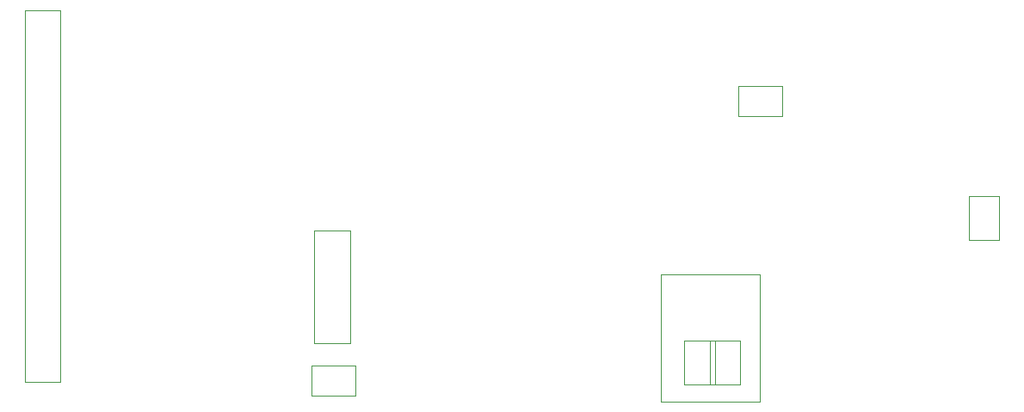
<source format=gbr>
G04 #@! TF.FileFunction,Other,User*
%FSLAX46Y46*%
G04 Gerber Fmt 4.6, Leading zero omitted, Abs format (unit mm)*
G04 Created by KiCad (PCBNEW 4.0.6) date 2017 May 09, Tuesday 22:38:20*
%MOMM*%
%LPD*%
G01*
G04 APERTURE LIST*
%ADD10C,0.100000*%
%ADD11C,0.050000*%
G04 APERTURE END LIST*
D10*
D11*
X160750000Y-123600000D02*
X160750000Y-127900000D01*
X160750000Y-127900000D02*
X157750000Y-127900000D01*
X157750000Y-127900000D02*
X157750000Y-123600000D01*
X157750000Y-123600000D02*
X160750000Y-123600000D01*
X158250000Y-123600000D02*
X158250000Y-127900000D01*
X158250000Y-127900000D02*
X155250000Y-127900000D01*
X155250000Y-127900000D02*
X155250000Y-123600000D01*
X155250000Y-123600000D02*
X158250000Y-123600000D01*
X183250000Y-113650000D02*
X183250000Y-109350000D01*
X183250000Y-109350000D02*
X186250000Y-109350000D01*
X186250000Y-109350000D02*
X186250000Y-113650000D01*
X186250000Y-113650000D02*
X183250000Y-113650000D01*
X160600000Y-98500000D02*
X164900000Y-98500000D01*
X164900000Y-98500000D02*
X164900000Y-101500000D01*
X164900000Y-101500000D02*
X160600000Y-101500000D01*
X160600000Y-101500000D02*
X160600000Y-98500000D01*
X118600000Y-126000000D02*
X122900000Y-126000000D01*
X122900000Y-126000000D02*
X122900000Y-129000000D01*
X122900000Y-129000000D02*
X118600000Y-129000000D01*
X118600000Y-129000000D02*
X118600000Y-126000000D01*
X152950000Y-117050000D02*
X152950000Y-129600000D01*
X162650000Y-117050000D02*
X162650000Y-129600000D01*
X152950000Y-117050000D02*
X162650000Y-117050000D01*
X152950000Y-129600000D02*
X162650000Y-129600000D01*
X93850000Y-91050000D02*
X90350000Y-91050000D01*
X93850000Y-127600000D02*
X90350000Y-127600000D01*
X93850000Y-91050000D02*
X93850000Y-127600000D01*
X90350000Y-91050000D02*
X90350000Y-127600000D01*
X118850000Y-123850000D02*
X122350000Y-123850000D01*
X118850000Y-112700000D02*
X122350000Y-112700000D01*
X118850000Y-123850000D02*
X118850000Y-112700000D01*
X122350000Y-123850000D02*
X122350000Y-112700000D01*
M02*

</source>
